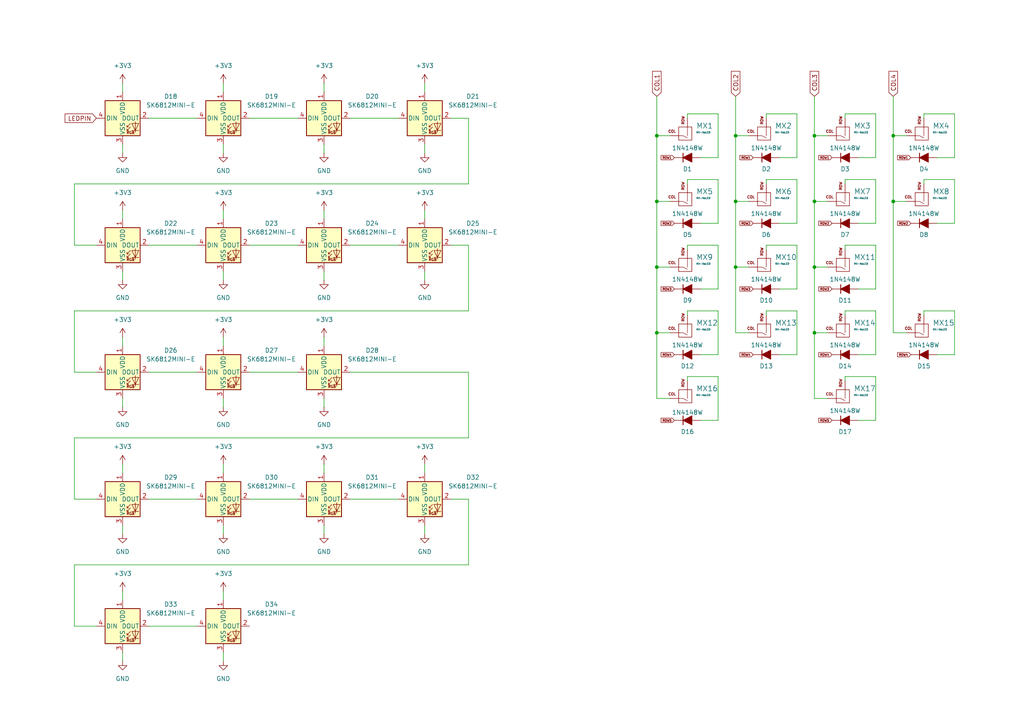
<source format=kicad_sch>
(kicad_sch (version 20231120) (generator "eeschema") (generator_version "8.0")
  (paper "A4")
  (lib_symbols
    (symbol "MX_Alps_Hybrid:MX-NoLED" (pin_names (offset 1.016))
      (property "Reference" "MX" (at -0.635 3.81 0))
      (property "Value" "MX-NoLED" (at -0.635 1.27 0))
      (symbol "MX-NoLED_0_0"
        (rectangle (start -2.54 2.54) (end 1.27 -1.27))
        (polyline (pts (xy -1.27 -1.27) (xy -1.27 1.27)) (stroke (width 0.127)))
        (polyline (pts (xy 1.27 1.27) (xy 0 1.27) (xy -1.27 1.905)) (stroke (width 0.127)))
        (text "COL" (at 3.175 0 0) (effects (font (size 0.762 0.762))))
        (text "ROW" (at 0 -1.905 900) (effects (font (size 0.762 0.762)) (justify right)))
      )
      (symbol "MX-NoLED_1_1"
        (pin passive line (at 3.81 1.27 180) (length 2.54) (name "COL") (number "1"))
        (pin passive line (at -1.27 -3.81 90) (length 2.54) (name "ROW") (number "2"))
      )
    )
    (symbol "PCM_Diode_AKL:1N4148W" (pin_numbers hide) (pin_names (offset 1.016) hide)
      (property "Reference" "D" (at 0 5.08 0))
      (property "Value" "1N4148W" (at 0 2.54 0))
      (symbol "1N4148W_0_1"
        (polyline (pts (xy -1.27 0) (xy 1.27 0)))
        (polyline (pts (xy 1.27 1.27) (xy 1.27 -1.27)) (stroke (width 0.254)))
        (polyline (pts (xy -1.27 1.27) (xy -1.27 -1.27) (xy 1.27 0) (xy -1.27 1.27)) (stroke (width 0.254)) (fill (type outline)))
      )
      (symbol "1N4148W_1_1"
        (pin passive line (at 3.81 0 180) (length 2.54) (name "K") (number "1"))
        (pin passive line (at -3.81 0 0) (length 2.54) (name "A") (number "2"))
      )
    )
    (symbol "kicad-keyboard-parts:SK6812MINI-E" (pin_names (offset 0.254))
      (property "Reference" "D" (at 5.08 5.715 0))
      (property "Value" "SK6812MINI-E" (at 1.27 -5.715 0))
      (symbol "SK6812MINI-E_0_0"
        (text "RGB" (at 2.286 -4.191 0) (effects (font (size 0.762 0.762))))
      )
      (symbol "SK6812MINI-E_0_1"
        (polyline (pts (xy 1.27 -3.556) (xy 1.778 -3.556)))
        (polyline (pts (xy 1.27 -2.54) (xy 1.778 -2.54)))
        (polyline (pts (xy 4.699 -3.556) (xy 2.667 -3.556)))
        (polyline (pts (xy 2.286 -2.54) (xy 1.27 -3.556) (xy 1.27 -3.048)))
        (polyline (pts (xy 2.286 -1.524) (xy 1.27 -2.54) (xy 1.27 -2.032)))
        (polyline (pts (xy 3.683 -1.016) (xy 3.683 -3.556) (xy 3.683 -4.064)))
        (polyline (pts (xy 4.699 -1.524) (xy 2.667 -1.524) (xy 3.683 -3.556) (xy 4.699 -1.524)))
        (rectangle (start 5.08 5.08) (end -5.08 -5.08) (stroke (width 0.254)) (fill (type background)))
      )
      (symbol "SK6812MINI-E_1_1"
        (pin power_in line (at 0 7.62 270) (length 2.54) (name "VDD") (number "1"))
        (pin output line (at 7.62 0 180) (length 2.54) (name "DOUT") (number "2"))
        (pin power_in line (at 0 -7.62 90) (length 2.54) (name "VSS") (number "3"))
        (pin input line (at -7.62 0 0) (length 2.54) (name "DIN") (number "4"))
      )
    )
    (symbol "power:+3V3" (power) (pin_numbers hide) (pin_names (offset 0) hide)
      (property "Value" "+3V3" (at 0 3.556 0))
      (symbol "+3V3_0_1"
        (polyline (pts (xy -0.762 1.27) (xy 0 2.54)))
        (polyline (pts (xy 0 0) (xy 0 2.54)))
        (polyline (pts (xy 0 2.54) (xy 0.762 1.27)))
      )
      (symbol "+3V3_1_1"
        (pin power_in line (at 0 0 90) (length 0) (name "~") (number "1"))
      )
    )
    (symbol "power:GND" (power) (pin_numbers hide) (pin_names (offset 0) hide)
      (property "Value" "GND" (at 0 -3.81 0))
      (symbol "GND_0_1"
        (polyline (pts (xy 0 0) (xy 0 -1.27) (xy 1.27 -1.27) (xy 0 -2.54) (xy -1.27 -1.27) (xy 0 -1.27)))
      )
      (symbol "GND_1_1"
        (pin power_in line (at 0 0 270) (length 0) (name "~") (number "1"))
      )
    )
  )
  (junction (at 236.22 96.52))
  (junction (at 190.5 77.47))
  (junction (at 190.5 39.37))
  (junction (at 236.22 77.47))
  (junction (at 190.5 96.52))
  (junction (at 190.5 58.42))
  (junction (at 213.36 58.42))
  (junction (at 213.36 39.37))
  (junction (at 213.36 77.47))
  (junction (at 236.22 39.37))
  (junction (at 236.22 58.42))
  (junction (at 259.08 58.42))
  (junction (at 259.08 39.37))
  (wire (pts (xy 208.28 102.87) (xy 208.28 90.17)))
  (wire (pts (xy 190.5 58.42) (xy 190.5 77.47)))
  (wire (pts (xy 190.5 77.47) (xy 190.5 96.52)))
  (wire (pts (xy 236.22 77.47) (xy 240.03 77.47)))
  (wire (pts (xy 271.78 45.72) (xy 276.86 45.72)))
  (wire (pts (xy 236.22 115.57) (xy 240.03 115.57)))
  (wire (pts (xy 123.19 152.4) (xy 123.19 154.94)))
  (wire (pts (xy 190.5 77.47) (xy 194.31 77.47)))
  (wire (pts (xy 222.25 71.12) (xy 222.25 72.39)))
  (wire (pts (xy 259.08 27.94) (xy 259.08 39.37)))
  (wire (pts (xy 259.08 96.52) (xy 262.89 96.52)))
  (wire (pts (xy 208.28 45.72) (xy 208.28 33.02)))
  (wire (pts (xy 203.2 45.72) (xy 208.28 45.72)))
  (wire (pts (xy 245.11 71.12) (xy 245.11 72.39)))
  (wire (pts (xy 93.98 41.91) (xy 93.98 44.45)))
  (wire (pts (xy 254 121.92) (xy 254 109.22)))
  (wire (pts (xy 21.59 127) (xy 135.89 127)))
  (wire (pts (xy 93.98 97.79) (xy 93.98 100.33)))
  (wire (pts (xy 135.89 107.95) (xy 135.89 127)))
  (wire (pts (xy 123.19 134.62) (xy 123.19 137.16)))
  (wire (pts (xy 21.59 127) (xy 21.59 144.78)))
  (wire (pts (xy 222.25 90.17) (xy 222.25 91.44)))
  (wire (pts (xy 199.39 33.02) (xy 199.39 34.29)))
  (wire (pts (xy 35.56 189.23) (xy 35.56 191.77)))
  (wire (pts (xy 236.22 39.37) (xy 240.03 39.37)))
  (wire (pts (xy 135.89 71.12) (xy 135.89 90.17)))
  (wire (pts (xy 43.18 71.12) (xy 57.15 71.12)))
  (wire (pts (xy 259.08 39.37) (xy 259.08 58.42)))
  (wire (pts (xy 203.2 121.92) (xy 208.28 121.92)))
  (wire (pts (xy 248.92 83.82) (xy 254 83.82)))
  (wire (pts (xy 43.18 144.78) (xy 57.15 144.78)))
  (wire (pts (xy 254 109.22) (xy 245.11 109.22)))
  (wire (pts (xy 208.28 71.12) (xy 199.39 71.12)))
  (wire (pts (xy 35.56 115.57) (xy 35.56 118.11)))
  (wire (pts (xy 93.98 24.13) (xy 93.98 26.67)))
  (wire (pts (xy 123.19 41.91) (xy 123.19 44.45)))
  (wire (pts (xy 35.56 171.45) (xy 35.56 173.99)))
  (wire (pts (xy 236.22 58.42) (xy 236.22 77.47)))
  (wire (pts (xy 123.19 60.96) (xy 123.19 63.5)))
  (wire (pts (xy 276.86 64.77) (xy 276.86 52.07)))
  (wire (pts (xy 93.98 134.62) (xy 93.98 137.16)))
  (wire (pts (xy 222.25 33.02) (xy 222.25 34.29)))
  (wire (pts (xy 213.36 27.94) (xy 213.36 39.37)))
  (wire (pts (xy 64.77 134.62) (xy 64.77 137.16)))
  (wire (pts (xy 21.59 144.78) (xy 27.94 144.78)))
  (wire (pts (xy 101.6 34.29) (xy 115.57 34.29)))
  (wire (pts (xy 208.28 83.82) (xy 208.28 71.12)))
  (wire (pts (xy 248.92 64.77) (xy 254 64.77)))
  (wire (pts (xy 276.86 90.17) (xy 267.97 90.17)))
  (wire (pts (xy 254 83.82) (xy 254 71.12)))
  (wire (pts (xy 254 90.17) (xy 245.11 90.17)))
  (wire (pts (xy 72.39 34.29) (xy 86.36 34.29)))
  (wire (pts (xy 35.56 134.62) (xy 35.56 137.16)))
  (wire (pts (xy 248.92 121.92) (xy 254 121.92)))
  (wire (pts (xy 130.81 34.29) (xy 135.89 34.29)))
  (wire (pts (xy 123.19 78.74) (xy 123.19 81.28)))
  (wire (pts (xy 199.39 109.22) (xy 199.39 110.49)))
  (wire (pts (xy 276.86 102.87) (xy 276.86 90.17)))
  (wire (pts (xy 236.22 58.42) (xy 240.03 58.42)))
  (wire (pts (xy 231.14 83.82) (xy 231.14 71.12)))
  (wire (pts (xy 64.77 189.23) (xy 64.77 191.77)))
  (wire (pts (xy 245.11 52.07) (xy 245.11 53.34)))
  (wire (pts (xy 21.59 181.61) (xy 27.94 181.61)))
  (wire (pts (xy 190.5 27.94) (xy 190.5 39.37)))
  (wire (pts (xy 130.81 144.78) (xy 135.89 144.78)))
  (wire (pts (xy 203.2 83.82) (xy 208.28 83.82)))
  (wire (pts (xy 259.08 39.37) (xy 262.89 39.37)))
  (wire (pts (xy 254 52.07) (xy 245.11 52.07)))
  (wire (pts (xy 93.98 115.57) (xy 93.98 118.11)))
  (wire (pts (xy 64.77 171.45) (xy 64.77 173.99)))
  (wire (pts (xy 93.98 60.96) (xy 93.98 63.5)))
  (wire (pts (xy 43.18 107.95) (xy 57.15 107.95)))
  (wire (pts (xy 245.11 33.02) (xy 245.11 34.29)))
  (wire (pts (xy 93.98 152.4) (xy 93.98 154.94)))
  (wire (pts (xy 64.77 115.57) (xy 64.77 118.11)))
  (wire (pts (xy 101.6 144.78) (xy 115.57 144.78)))
  (wire (pts (xy 213.36 77.47) (xy 217.17 77.47)))
  (wire (pts (xy 35.56 152.4) (xy 35.56 154.94)))
  (wire (pts (xy 135.89 53.34) (xy 21.59 53.34)))
  (wire (pts (xy 231.14 102.87) (xy 231.14 90.17)))
  (wire (pts (xy 208.28 121.92) (xy 208.28 109.22)))
  (wire (pts (xy 35.56 78.74) (xy 35.56 81.28)))
  (wire (pts (xy 190.5 96.52) (xy 190.5 115.57)))
  (wire (pts (xy 231.14 90.17) (xy 222.25 90.17)))
  (wire (pts (xy 21.59 71.12) (xy 27.94 71.12)))
  (wire (pts (xy 199.39 52.07) (xy 199.39 53.34)))
  (wire (pts (xy 72.39 144.78) (xy 86.36 144.78)))
  (wire (pts (xy 190.5 115.57) (xy 194.31 115.57)))
  (wire (pts (xy 259.08 58.42) (xy 262.89 58.42)))
  (wire (pts (xy 248.92 45.72) (xy 254 45.72)))
  (wire (pts (xy 190.5 96.52) (xy 194.31 96.52)))
  (wire (pts (xy 213.36 96.52) (xy 217.17 96.52)))
  (wire (pts (xy 123.19 24.13) (xy 123.19 26.67)))
  (wire (pts (xy 231.14 45.72) (xy 231.14 33.02)))
  (wire (pts (xy 135.89 144.78) (xy 135.89 163.83)))
  (wire (pts (xy 208.28 64.77) (xy 208.28 52.07)))
  (wire (pts (xy 64.77 152.4) (xy 64.77 154.94)))
  (wire (pts (xy 35.56 97.79) (xy 35.56 100.33)))
  (wire (pts (xy 101.6 107.95) (xy 135.89 107.95)))
  (wire (pts (xy 64.77 97.79) (xy 64.77 100.33)))
  (wire (pts (xy 267.97 52.07) (xy 267.97 53.34)))
  (wire (pts (xy 21.59 53.34) (xy 21.59 71.12)))
  (wire (pts (xy 21.59 90.17) (xy 21.59 107.95)))
  (wire (pts (xy 213.36 39.37) (xy 217.17 39.37)))
  (wire (pts (xy 213.36 77.47) (xy 213.36 96.52)))
  (wire (pts (xy 254 45.72) (xy 254 33.02)))
  (wire (pts (xy 208.28 52.07) (xy 199.39 52.07)))
  (wire (pts (xy 254 71.12) (xy 245.11 71.12)))
  (wire (pts (xy 35.56 24.13) (xy 35.56 26.67)))
  (wire (pts (xy 254 33.02) (xy 245.11 33.02)))
  (wire (pts (xy 190.5 39.37) (xy 194.31 39.37)))
  (wire (pts (xy 64.77 78.74) (xy 64.77 81.28)))
  (wire (pts (xy 276.86 52.07) (xy 267.97 52.07)))
  (wire (pts (xy 35.56 41.91) (xy 35.56 44.45)))
  (wire (pts (xy 213.36 58.42) (xy 213.36 77.47)))
  (wire (pts (xy 231.14 71.12) (xy 222.25 71.12)))
  (wire (pts (xy 226.06 83.82) (xy 231.14 83.82)))
  (wire (pts (xy 135.89 34.29) (xy 135.89 53.34)))
  (wire (pts (xy 271.78 64.77) (xy 276.86 64.77)))
  (wire (pts (xy 208.28 90.17) (xy 199.39 90.17)))
  (wire (pts (xy 203.2 64.77) (xy 208.28 64.77)))
  (wire (pts (xy 64.77 24.13) (xy 64.77 26.67)))
  (wire (pts (xy 248.92 102.87) (xy 254 102.87)))
  (wire (pts (xy 222.25 52.07) (xy 222.25 53.34)))
  (wire (pts (xy 199.39 90.17) (xy 199.39 91.44)))
  (wire (pts (xy 43.18 181.61) (xy 57.15 181.61)))
  (wire (pts (xy 101.6 71.12) (xy 115.57 71.12)))
  (wire (pts (xy 203.2 102.87) (xy 208.28 102.87)))
  (wire (pts (xy 276.86 33.02) (xy 267.97 33.02)))
  (wire (pts (xy 271.78 102.87) (xy 276.86 102.87)))
  (wire (pts (xy 267.97 90.17) (xy 267.97 91.44)))
  (wire (pts (xy 208.28 33.02) (xy 199.39 33.02)))
  (wire (pts (xy 21.59 163.83) (xy 21.59 181.61)))
  (wire (pts (xy 226.06 64.77) (xy 231.14 64.77)))
  (wire (pts (xy 231.14 52.07) (xy 222.25 52.07)))
  (wire (pts (xy 64.77 60.96) (xy 64.77 63.5)))
  (wire (pts (xy 213.36 58.42) (xy 217.17 58.42)))
  (wire (pts (xy 72.39 71.12) (xy 86.36 71.12)))
  (wire (pts (xy 236.22 27.94) (xy 236.22 39.37)))
  (wire (pts (xy 245.11 109.22) (xy 245.11 110.49)))
  (wire (pts (xy 190.5 39.37) (xy 190.5 58.42)))
  (wire (pts (xy 43.18 34.29) (xy 57.15 34.29)))
  (wire (pts (xy 254 64.77) (xy 254 52.07)))
  (wire (pts (xy 213.36 39.37) (xy 213.36 58.42)))
  (wire (pts (xy 276.86 45.72) (xy 276.86 33.02)))
  (wire (pts (xy 259.08 58.42) (xy 259.08 96.52)))
  (wire (pts (xy 231.14 64.77) (xy 231.14 52.07)))
  (wire (pts (xy 236.22 96.52) (xy 240.03 96.52)))
  (wire (pts (xy 64.77 41.91) (xy 64.77 44.45)))
  (wire (pts (xy 199.39 71.12) (xy 199.39 72.39)))
  (wire (pts (xy 93.98 78.74) (xy 93.98 81.28)))
  (wire (pts (xy 135.89 163.83) (xy 21.59 163.83)))
  (wire (pts (xy 254 102.87) (xy 254 90.17)))
  (wire (pts (xy 226.06 102.87) (xy 231.14 102.87)))
  (wire (pts (xy 236.22 96.52) (xy 236.22 115.57)))
  (wire (pts (xy 135.89 90.17) (xy 21.59 90.17)))
  (wire (pts (xy 72.39 107.95) (xy 86.36 107.95)))
  (wire (pts (xy 190.5 58.42) (xy 194.31 58.42)))
  (wire (pts (xy 21.59 107.95) (xy 27.94 107.95)))
  (wire (pts (xy 35.56 60.96) (xy 35.56 63.5)))
  (wire (pts (xy 236.22 77.47) (xy 236.22 96.52)))
  (wire (pts (xy 245.11 90.17) (xy 245.11 91.44)))
  (wire (pts (xy 231.14 33.02) (xy 222.25 33.02)))
  (wire (pts (xy 130.81 71.12) (xy 135.89 71.12)))
  (wire (pts (xy 267.97 33.02) (xy 267.97 34.29)))
  (wire (pts (xy 208.28 109.22) (xy 199.39 109.22)))
  (wire (pts (xy 236.22 39.37) (xy 236.22 58.42)))
  (wire (pts (xy 226.06 45.72) (xy 231.14 45.72)))
  (global_label "LEDPIN" (shape input) (at 27.94 34.29 180) (property "Intersheetrefs" "${INTERSHEET_REFS}" (effects (hide yes))))
  (global_label "ROW4" (shape input) (at 195.58 102.87 180) (effects (font (size 0.635 0.635))) (property "Intersheetrefs" "${INTERSHEET_REFS}" (effects (hide yes))))
  (global_label "ROW4" (shape input) (at 241.3 102.87 180) (effects (font (size 0.635 0.635))) (property "Intersheetrefs" "${INTERSHEET_REFS}" (effects (hide yes))))
  (global_label "ROW1" (shape input) (at 241.3 45.72 180) (effects (font (size 0.635 0.635))) (property "Intersheetrefs" "${INTERSHEET_REFS}" (effects (hide yes))))
  (global_label "ROW1" (shape input) (at 195.58 45.72 180) (effects (font (size 0.635 0.635))) (property "Intersheetrefs" "${INTERSHEET_REFS}" (effects (hide yes))))
  (global_label "ROW1" (shape input) (at 264.16 45.72 180) (effects (font (size 0.635 0.635))) (property "Intersheetrefs" "${INTERSHEET_REFS}" (effects (hide yes))))
  (global_label "COL4" (shape input) (at 259.08 27.94 90) (property "Intersheetrefs" "${INTERSHEET_REFS}" (effects (hide yes))))
  (global_label "ROW2" (shape input) (at 264.16 64.77 180) (effects (font (size 0.635 0.635))) (property "Intersheetrefs" "${INTERSHEET_REFS}" (effects (hide yes))))
  (global_label "ROW1" (shape input) (at 218.44 45.72 180) (effects (font (size 0.635 0.635))) (property "Intersheetrefs" "${INTERSHEET_REFS}" (effects (hide yes))))
  (global_label "ROW4" (shape input) (at 218.44 102.87 180) (effects (font (size 0.635 0.635))) (property "Intersheetrefs" "${INTERSHEET_REFS}" (effects (hide yes))))
  (global_label "ROW3" (shape input) (at 218.44 83.82 180) (effects (font (size 0.635 0.635))) (property "Intersheetrefs" "${INTERSHEET_REFS}" (effects (hide yes))))
  (global_label "COL1" (shape input) (at 190.5 27.94 90) (property "Intersheetrefs" "${INTERSHEET_REFS}" (effects (hide yes))))
  (global_label "COL3" (shape input) (at 236.22 27.94 90) (property "Intersheetrefs" "${INTERSHEET_REFS}" (effects (hide yes))))
  (global_label "ROW3" (shape input) (at 195.58 83.82 180) (effects (font (size 0.635 0.635))) (property "Intersheetrefs" "${INTERSHEET_REFS}" (effects (hide yes))))
  (global_label "ROW5" (shape input) (at 241.3 121.92 180) (effects (font (size 0.635 0.635))) (property "Intersheetrefs" "${INTERSHEET_REFS}" (effects (hide yes))))
  (global_label "ROW2" (shape input) (at 195.58 64.77 180) (effects (font (size 0.635 0.635))) (property "Intersheetrefs" "${INTERSHEET_REFS}" (effects (hide yes))))
  (global_label "ROW4" (shape input) (at 264.16 102.87 180) (effects (font (size 0.635 0.635))) (property "Intersheetrefs" "${INTERSHEET_REFS}" (effects (hide yes))))
  (global_label "COL2" (shape input) (at 213.36 27.94 90) (property "Intersheetrefs" "${INTERSHEET_REFS}" (effects (hide yes))))
  (global_label "ROW5" (shape input) (at 195.58 121.92 180) (effects (font (size 0.635 0.635))) (property "Intersheetrefs" "${INTERSHEET_REFS}" (effects (hide yes))))
  (global_label "ROW2" (shape input) (at 218.44 64.77 180) (effects (font (size 0.635 0.635))) (property "Intersheetrefs" "${INTERSHEET_REFS}" (effects (hide yes))))
  (global_label "ROW2" (shape input) (at 241.3 64.77 180) (effects (font (size 0.635 0.635))) (property "Intersheetrefs" "${INTERSHEET_REFS}" (effects (hide yes))))
  (global_label "ROW3" (shape input) (at 241.3 83.82 180) (effects (font (size 0.635 0.635))) (property "Intersheetrefs" "${INTERSHEET_REFS}" (effects (hide yes))))
  (symbol (lib_id "kicad-keyboard-parts:SK6812MINI-E") (at 93.98 144.78 0) (unit 1)
    (property "Reference" "D31" (at 107.95 138.4614 0))
    (property "Value" "SK6812MINI-E" (at 107.95 141.0014 0))
    (property "Footprint" "kicad-keyboard-parts:MX_SK6812MINI-E" (effects (hide yes)))
    (property "Datasheet" "https://cdn-shop.adafruit.com/product-files/2686/SK6812MINI_REV.01-1-2.pdf" (effects (hide yes)))
    (property "Description" "Reverse-mount RGB LED with integrated controller" (effects (hide yes)))
  )
  (symbol (lib_id "power:+3V3") (at 35.56 97.79 0) (unit 1)
    (property "Reference" "#PWR034" (effects (hide yes)))
    (property "Value" "+3V3" (at 35.56 92.71 0))
    (property "Description" "Power symbol creates a global label with name \"+3V3\"" (effects (hide yes)))
  )
  (symbol (lib_id "MX_Alps_Hybrid:MX-NoLED") (at 220.98 38.1 180) (unit 1)
    (property "Reference" "MX2" (at 224.79 36.5 0) (effects (font (size 1.524 1.524)) (justify right)))
    (property "Value" "MX-NoLED" (at 224.79 38.4051 0) (effects (font (size 0.508 0.508)) (justify right)))
    (property "Footprint" "MX_Alps_Hybrid:MX-1U-NoLED" (effects (hide yes)))
  )
  (symbol (lib_id "power:+3V3") (at 64.77 171.45 0) (unit 1)
    (property "Reference" "#PWR058" (effects (hide yes)))
    (property "Value" "+3V3" (at 64.77 166.37 0))
    (property "Description" "Power symbol creates a global label with name \"+3V3\"" (effects (hide yes)))
  )
  (symbol (lib_id "kicad-keyboard-parts:SK6812MINI-E") (at 64.77 71.12 0) (unit 1)
    (property "Reference" "D23" (at 78.74 64.8014 0))
    (property "Value" "SK6812MINI-E" (at 78.74 67.3414 0))
    (property "Footprint" "kicad-keyboard-parts:MX_SK6812MINI-E" (effects (hide yes)))
    (property "Datasheet" "https://cdn-shop.adafruit.com/product-files/2686/SK6812MINI_REV.01-1-2.pdf" (effects (hide yes)))
    (property "Description" "Reverse-mount RGB LED with integrated controller" (effects (hide yes)))
  )
  (symbol (lib_id "MX_Alps_Hybrid:MX-NoLED") (at 198.12 95.25 180) (unit 1)
    (property "Reference" "MX12" (at 201.93 93.65 0) (effects (font (size 1.524 1.524)) (justify right)))
    (property "Value" "MX-NoLED" (at 201.93 95.5551 0) (effects (font (size 0.508 0.508)) (justify right)))
    (property "Footprint" "MX_Alps_Hybrid:MX-1U-NoLED" (effects (hide yes)))
  )
  (symbol (lib_id "MX_Alps_Hybrid:MX-NoLED") (at 243.84 95.25 180) (unit 1)
    (property "Reference" "MX14" (at 247.65 93.65 0) (effects (font (size 1.524 1.524)) (justify right)))
    (property "Value" "MX-NoLED" (at 247.65 95.5551 0) (effects (font (size 0.508 0.508)) (justify right)))
    (property "Footprint" "MX_Alps_Hybrid:MX-1U-NoLED" (effects (hide yes)))
  )
  (symbol (lib_id "PCM_Diode_AKL:1N4148W") (at 245.11 45.72 180) (unit 1)
    (property "Reference" "D3" (at 245.11 49.022 0))
    (property "Value" "1N4148W" (at 245.11 42.926 0))
    (property "Footprint" "D_SOD-123_A:D_SOD-123_A" (effects (hide yes)))
    (property "Datasheet" "https://datasheet.octopart.com/1N4148W-HE3-18-Vishay-datasheet-17291302.pdf" (effects (hide yes)))
    (property "Description" "SOD-123 Diode, Small Signal, Fast Switching, 75V, 150mA, 4ns, Alternate KiCad Library" (effects (hide yes)))
  )
  (symbol (lib_id "power:GND") (at 35.56 154.94 0) (unit 1)
    (property "Reference" "#PWR049" (effects (hide yes)))
    (property "Value" "GND" (at 35.56 160.02 0))
    (property "Description" "Power symbol creates a global label with name \"GND\" , ground" (effects (hide yes)))
  )
  (symbol (lib_id "kicad-keyboard-parts:SK6812MINI-E") (at 123.19 144.78 0) (unit 1)
    (property "Reference" "D32" (at 137.16 138.4614 0))
    (property "Value" "SK6812MINI-E" (at 137.16 141.0014 0))
    (property "Footprint" "kicad-keyboard-parts:MX_SK6812MINI-E" (effects (hide yes)))
    (property "Datasheet" "https://cdn-shop.adafruit.com/product-files/2686/SK6812MINI_REV.01-1-2.pdf" (effects (hide yes)))
    (property "Description" "Reverse-mount RGB LED with integrated controller" (effects (hide yes)))
  )
  (symbol (lib_id "MX_Alps_Hybrid:MX-NoLED") (at 243.84 38.1 180) (unit 1)
    (property "Reference" "MX3" (at 247.65 36.5 0) (effects (font (size 1.524 1.524)) (justify right)))
    (property "Value" "MX-NoLED" (at 247.65 38.4051 0) (effects (font (size 0.508 0.508)) (justify right)))
    (property "Footprint" "MX_Alps_Hybrid:MX-1U-NoLED" (effects (hide yes)))
  )
  (symbol (lib_id "kicad-keyboard-parts:SK6812MINI-E") (at 93.98 34.29 0) (unit 1)
    (property "Reference" "D20" (at 107.95 27.9714 0))
    (property "Value" "SK6812MINI-E" (at 107.95 30.5114 0))
    (property "Footprint" "kicad-keyboard-parts:MX_SK6812MINI-E" (effects (hide yes)))
    (property "Datasheet" "https://cdn-shop.adafruit.com/product-files/2686/SK6812MINI_REV.01-1-2.pdf" (effects (hide yes)))
    (property "Description" "Reverse-mount RGB LED with integrated controller" (effects (hide yes)))
  )
  (symbol (lib_id "MX_Alps_Hybrid:MX-NoLED") (at 198.12 76.2 180) (unit 1)
    (property "Reference" "MX9" (at 201.93 74.6 0) (effects (font (size 1.524 1.524)) (justify right)))
    (property "Value" "MX-NoLED" (at 201.93 76.5051 0) (effects (font (size 0.508 0.508)) (justify right)))
    (property "Footprint" "MX_Alps_Hybrid:MX-1U-NoLED" (effects (hide yes)))
  )
  (symbol (lib_id "power:+3V3") (at 123.19 134.62 0) (unit 1)
    (property "Reference" "#PWR054" (effects (hide yes)))
    (property "Value" "+3V3" (at 123.19 129.54 0))
    (property "Description" "Power symbol creates a global label with name \"+3V3\"" (effects (hide yes)))
  )
  (symbol (lib_id "kicad-keyboard-parts:SK6812MINI-E") (at 35.56 34.29 0) (unit 1)
    (property "Reference" "D18" (at 49.53 27.9714 0))
    (property "Value" "SK6812MINI-E" (at 49.53 30.5114 0))
    (property "Footprint" "kicad-keyboard-parts:MX_SK6812MINI-E" (effects (hide yes)))
    (property "Datasheet" "https://cdn-shop.adafruit.com/product-files/2686/SK6812MINI_REV.01-1-2.pdf" (effects (hide yes)))
    (property "Description" "Reverse-mount RGB LED with integrated controller" (effects (hide yes)))
  )
  (symbol (lib_id "power:+3V3") (at 123.19 60.96 0) (unit 1)
    (property "Reference" "#PWR032" (effects (hide yes)))
    (property "Value" "+3V3" (at 123.19 55.88 0))
    (property "Description" "Power symbol creates a global label with name \"+3V3\"" (effects (hide yes)))
  )
  (symbol (lib_id "kicad-keyboard-parts:SK6812MINI-E") (at 64.77 34.29 0) (unit 1)
    (property "Reference" "D19" (at 78.74 27.9714 0))
    (property "Value" "SK6812MINI-E" (at 78.74 30.5114 0))
    (property "Footprint" "kicad-keyboard-parts:MX_SK6812MINI-E" (effects (hide yes)))
    (property "Datasheet" "https://cdn-shop.adafruit.com/product-files/2686/SK6812MINI_REV.01-1-2.pdf" (effects (hide yes)))
    (property "Description" "Reverse-mount RGB LED with integrated controller" (effects (hide yes)))
  )
  (symbol (lib_id "PCM_Diode_AKL:1N4148W") (at 245.11 102.87 180) (unit 1)
    (property "Reference" "D14" (at 245.11 106.172 0))
    (property "Value" "1N4148W" (at 245.11 100.076 0))
    (property "Footprint" "D_SOD-123_A:D_SOD-123_A" (effects (hide yes)))
    (property "Datasheet" "https://datasheet.octopart.com/1N4148W-HE3-18-Vishay-datasheet-17291302.pdf" (effects (hide yes)))
    (property "Description" "SOD-123 Diode, Small Signal, Fast Switching, 75V, 150mA, 4ns, Alternate KiCad Library" (effects (hide yes)))
  )
  (symbol (lib_id "power:GND") (at 64.77 81.28 0) (unit 1)
    (property "Reference" "#PWR029" (effects (hide yes)))
    (property "Value" "GND" (at 64.77 86.36 0))
    (property "Description" "Power symbol creates a global label with name \"GND\" , ground" (effects (hide yes)))
  )
  (symbol (lib_id "power:GND") (at 35.56 81.28 0) (unit 1)
    (property "Reference" "#PWR027" (effects (hide yes)))
    (property "Value" "GND" (at 35.56 86.36 0))
    (property "Description" "Power symbol creates a global label with name \"GND\" , ground" (effects (hide yes)))
  )
  (symbol (lib_id "PCM_Diode_AKL:1N4148W") (at 267.97 45.72 180) (unit 1)
    (property "Reference" "D4" (at 267.97 49.022 0))
    (property "Value" "1N4148W" (at 267.97 42.926 0))
    (property "Footprint" "D_SOD-123_A:D_SOD-123_A" (effects (hide yes)))
    (property "Datasheet" "https://datasheet.octopart.com/1N4148W-HE3-18-Vishay-datasheet-17291302.pdf" (effects (hide yes)))
    (property "Description" "SOD-123 Diode, Small Signal, Fast Switching, 75V, 150mA, 4ns, Alternate KiCad Library" (effects (hide yes)))
  )
  (symbol (lib_id "power:+3V3") (at 123.19 24.13 0) (unit 1)
    (property "Reference" "#PWR024" (effects (hide yes)))
    (property "Value" "+3V3" (at 123.19 19.05 0))
    (property "Description" "Power symbol creates a global label with name \"+3V3\"" (effects (hide yes)))
  )
  (symbol (lib_id "PCM_Diode_AKL:1N4148W") (at 222.25 102.87 180) (unit 1)
    (property "Reference" "D13" (at 222.25 106.172 0))
    (property "Value" "1N4148W" (at 222.25 100.076 0))
    (property "Footprint" "D_SOD-123_A:D_SOD-123_A" (effects (hide yes)))
    (property "Datasheet" "https://datasheet.octopart.com/1N4148W-HE3-18-Vishay-datasheet-17291302.pdf" (effects (hide yes)))
    (property "Description" "SOD-123 Diode, Small Signal, Fast Switching, 75V, 150mA, 4ns, Alternate KiCad Library" (effects (hide yes)))
  )
  (symbol (lib_id "power:GND") (at 35.56 118.11 0) (unit 1)
    (property "Reference" "#PWR035" (effects (hide yes)))
    (property "Value" "GND" (at 35.56 123.19 0))
    (property "Description" "Power symbol creates a global label with name \"GND\" , ground" (effects (hide yes)))
  )
  (symbol (lib_id "kicad-keyboard-parts:SK6812MINI-E") (at 35.56 107.95 0) (unit 1)
    (property "Reference" "D26" (at 49.53 101.6314 0))
    (property "Value" "SK6812MINI-E" (at 49.53 104.1714 0))
    (property "Footprint" "kicad-keyboard-parts:MX_SK6812MINI-E" (effects (hide yes)))
    (property "Datasheet" "https://cdn-shop.adafruit.com/product-files/2686/SK6812MINI_REV.01-1-2.pdf" (effects (hide yes)))
    (property "Description" "Reverse-mount RGB LED with integrated controller" (effects (hide yes)))
  )
  (symbol (lib_id "MX_Alps_Hybrid:MX-NoLED") (at 198.12 38.1 180) (unit 1)
    (property "Reference" "MX1" (at 201.93 36.5 0) (effects (font (size 1.524 1.524)) (justify right)))
    (property "Value" "MX-NoLED" (at 201.93 38.4051 0) (effects (font (size 0.508 0.508)) (justify right)))
    (property "Footprint" "MX_Alps_Hybrid:MX-1U-NoLED" (effects (hide yes)))
  )
  (symbol (lib_id "power:GND") (at 64.77 191.77 0) (unit 1)
    (property "Reference" "#PWR059" (effects (hide yes)))
    (property "Value" "GND" (at 64.77 196.85 0))
    (property "Description" "Power symbol creates a global label with name \"GND\" , ground" (effects (hide yes)))
  )
  (symbol (lib_id "power:GND") (at 64.77 44.45 0) (unit 1)
    (property "Reference" "#PWR021" (effects (hide yes)))
    (property "Value" "GND" (at 64.77 49.53 0))
    (property "Description" "Power symbol creates a global label with name \"GND\" , ground" (effects (hide yes)))
  )
  (symbol (lib_id "PCM_Diode_AKL:1N4148W") (at 199.39 83.82 180) (unit 1)
    (property "Reference" "D9" (at 199.39 87.122 0))
    (property "Value" "1N4148W" (at 199.39 81.026 0))
    (property "Footprint" "D_SOD-123_A:D_SOD-123_A" (effects (hide yes)))
    (property "Datasheet" "https://datasheet.octopart.com/1N4148W-HE3-18-Vishay-datasheet-17291302.pdf" (effects (hide yes)))
    (property "Description" "SOD-123 Diode, Small Signal, Fast Switching, 75V, 150mA, 4ns, Alternate KiCad Library" (effects (hide yes)))
  )
  (symbol (lib_id "power:+3V3") (at 93.98 97.79 0) (unit 1)
    (property "Reference" "#PWR038" (effects (hide yes)))
    (property "Value" "+3V3" (at 93.98 92.71 0))
    (property "Description" "Power symbol creates a global label with name \"+3V3\"" (effects (hide yes)))
  )
  (symbol (lib_id "MX_Alps_Hybrid:MX-NoLED") (at 266.7 95.25 180) (unit 1)
    (property "Reference" "MX15" (at 270.51 93.65 0) (effects (font (size 1.524 1.524)) (justify right)))
    (property "Value" "MX-NoLED" (at 270.51 95.5551 0) (effects (font (size 0.508 0.508)) (justify right)))
    (property "Footprint" "MX_Alps_Hybrid:MX-Alps-Hybrid-2U-Vertical" (effects (hide yes)))
  )
  (symbol (lib_id "power:+3V3") (at 35.56 171.45 0) (unit 1)
    (property "Reference" "#PWR056" (effects (hide yes)))
    (property "Value" "+3V3" (at 35.56 166.37 0))
    (property "Description" "Power symbol creates a global label with name \"+3V3\"" (effects (hide yes)))
  )
  (symbol (lib_id "power:GND") (at 64.77 154.94 0) (unit 1)
    (property "Reference" "#PWR051" (effects (hide yes)))
    (property "Value" "GND" (at 64.77 160.02 0))
    (property "Description" "Power symbol creates a global label with name \"GND\" , ground" (effects (hide yes)))
  )
  (symbol (lib_id "PCM_Diode_AKL:1N4148W") (at 199.39 64.77 180) (unit 1)
    (property "Reference" "D5" (at 199.39 68.072 0))
    (property "Value" "1N4148W" (at 199.39 61.976 0))
    (property "Footprint" "D_SOD-123_A:D_SOD-123_A" (effects (hide yes)))
    (property "Datasheet" "https://datasheet.octopart.com/1N4148W-HE3-18-Vishay-datasheet-17291302.pdf" (effects (hide yes)))
    (property "Description" "SOD-123 Diode, Small Signal, Fast Switching, 75V, 150mA, 4ns, Alternate KiCad Library" (effects (hide yes)))
  )
  (symbol (lib_id "kicad-keyboard-parts:SK6812MINI-E") (at 123.19 34.29 0) (unit 1)
    (property "Reference" "D21" (at 137.16 27.9714 0))
    (property "Value" "SK6812MINI-E" (at 137.16 30.5114 0))
    (property "Footprint" "kicad-keyboard-parts:MX_SK6812MINI-E" (effects (hide yes)))
    (property "Datasheet" "https://cdn-shop.adafruit.com/product-files/2686/SK6812MINI_REV.01-1-2.pdf" (effects (hide yes)))
    (property "Description" "Reverse-mount RGB LED with integrated controller" (effects (hide yes)))
  )
  (symbol (lib_id "power:+3V3") (at 93.98 24.13 0) (unit 1)
    (property "Reference" "#PWR022" (effects (hide yes)))
    (property "Value" "+3V3" (at 93.98 19.05 0))
    (property "Description" "Power symbol creates a global label with name \"+3V3\"" (effects (hide yes)))
  )
  (symbol (lib_id "kicad-keyboard-parts:SK6812MINI-E") (at 35.56 181.61 0) (unit 1)
    (property "Reference" "D33" (at 49.53 175.2914 0))
    (property "Value" "SK6812MINI-E" (at 49.53 177.8314 0))
    (property "Footprint" "kicad-keyboard-parts:MX_SK6812MINI-E" (effects (hide yes)))
    (property "Datasheet" "https://cdn-shop.adafruit.com/product-files/2686/SK6812MINI_REV.01-1-2.pdf" (effects (hide yes)))
    (property "Description" "Reverse-mount RGB LED with integrated controller" (effects (hide yes)))
  )
  (symbol (lib_id "power:+3V3") (at 64.77 134.62 0) (unit 1)
    (property "Reference" "#PWR050" (effects (hide yes)))
    (property "Value" "+3V3" (at 64.77 129.54 0))
    (property "Description" "Power symbol creates a global label with name \"+3V3\"" (effects (hide yes)))
  )
  (symbol (lib_id "power:+3V3") (at 93.98 134.62 0) (unit 1)
    (property "Reference" "#PWR052" (effects (hide yes)))
    (property "Value" "+3V3" (at 93.98 129.54 0))
    (property "Description" "Power symbol creates a global label with name \"+3V3\"" (effects (hide yes)))
  )
  (symbol (lib_id "power:GND") (at 93.98 81.28 0) (unit 1)
    (property "Reference" "#PWR031" (effects (hide yes)))
    (property "Value" "GND" (at 93.98 86.36 0))
    (property "Description" "Power symbol creates a global label with name \"GND\" , ground" (effects (hide yes)))
  )
  (symbol (lib_id "power:GND") (at 93.98 118.11 0) (unit 1)
    (property "Reference" "#PWR039" (effects (hide yes)))
    (property "Value" "GND" (at 93.98 123.19 0))
    (property "Description" "Power symbol creates a global label with name \"GND\" , ground" (effects (hide yes)))
  )
  (symbol (lib_id "PCM_Diode_AKL:1N4148W") (at 267.97 64.77 180) (unit 1)
    (property "Reference" "D8" (at 267.97 68.072 0))
    (property "Value" "1N4148W" (at 267.97 61.976 0))
    (property "Footprint" "D_SOD-123_A:D_SOD-123_A" (effects (hide yes)))
    (property "Datasheet" "https://datasheet.octopart.com/1N4148W-HE3-18-Vishay-datasheet-17291302.pdf" (effects (hide yes)))
    (property "Description" "SOD-123 Diode, Small Signal, Fast Switching, 75V, 150mA, 4ns, Alternate KiCad Library" (effects (hide yes)))
  )
  (symbol (lib_id "kicad-keyboard-parts:SK6812MINI-E") (at 35.56 144.78 0) (unit 1)
    (property "Reference" "D29" (at 49.53 138.4614 0))
    (property "Value" "SK6812MINI-E" (at 49.53 141.0014 0))
    (property "Footprint" "kicad-keyboard-parts:MX_SK6812MINI-E" (effects (hide yes)))
    (property "Datasheet" "https://cdn-shop.adafruit.com/product-files/2686/SK6812MINI_REV.01-1-2.pdf" (effects (hide yes)))
    (property "Description" "Reverse-mount RGB LED with integrated controller" (effects (hide yes)))
  )
  (symbol (lib_id "power:GND") (at 123.19 154.94 0) (unit 1)
    (property "Reference" "#PWR055" (effects (hide yes)))
    (property "Value" "GND" (at 123.19 160.02 0))
    (property "Description" "Power symbol creates a global label with name \"GND\" , ground" (effects (hide yes)))
  )
  (symbol (lib_id "kicad-keyboard-parts:SK6812MINI-E") (at 93.98 71.12 0) (unit 1)
    (property "Reference" "D24" (at 107.95 64.8014 0))
    (property "Value" "SK6812MINI-E" (at 107.95 67.3414 0))
    (property "Footprint" "kicad-keyboard-parts:MX_SK6812MINI-E" (effects (hide yes)))
    (property "Datasheet" "https://cdn-shop.adafruit.com/product-files/2686/SK6812MINI_REV.01-1-2.pdf" (effects (hide yes)))
    (property "Description" "Reverse-mount RGB LED with integrated controller" (effects (hide yes)))
  )
  (symbol (lib_id "power:GND") (at 64.77 118.11 0) (unit 1)
    (property "Reference" "#PWR037" (effects (hide yes)))
    (property "Value" "GND" (at 64.77 123.19 0))
    (property "Description" "Power symbol creates a global label with name \"GND\" , ground" (effects (hide yes)))
  )
  (symbol (lib_id "power:GND") (at 123.19 81.28 0) (unit 1)
    (property "Reference" "#PWR033" (effects (hide yes)))
    (property "Value" "GND" (at 123.19 86.36 0))
    (property "Description" "Power symbol creates a global label with name \"GND\" , ground" (effects (hide yes)))
  )
  (symbol (lib_id "MX_Alps_Hybrid:MX-NoLED") (at 243.84 57.15 180) (unit 1)
    (property "Reference" "MX7" (at 247.65 55.55 0) (effects (font (size 1.524 1.524)) (justify right)))
    (property "Value" "MX-NoLED" (at 247.65 57.4551 0) (effects (font (size 0.508 0.508)) (justify right)))
    (property "Footprint" "MX_Alps_Hybrid:MX-1U-NoLED" (effects (hide yes)))
  )
  (symbol (lib_id "power:+3V3") (at 64.77 24.13 0) (unit 1)
    (property "Reference" "#PWR020" (effects (hide yes)))
    (property "Value" "+3V3" (at 64.77 19.05 0))
    (property "Description" "Power symbol creates a global label with name \"+3V3\"" (effects (hide yes)))
  )
  (symbol (lib_id "power:GND") (at 93.98 154.94 0) (unit 1)
    (property "Reference" "#PWR053" (effects (hide yes)))
    (property "Value" "GND" (at 93.98 160.02 0))
    (property "Description" "Power symbol creates a global label with name \"GND\" , ground" (effects (hide yes)))
  )
  (symbol (lib_id "PCM_Diode_AKL:1N4148W") (at 222.25 64.77 180) (unit 1)
    (property "Reference" "D6" (at 222.25 68.072 0))
    (property "Value" "1N4148W" (at 222.25 61.976 0))
    (property "Footprint" "D_SOD-123_A:D_SOD-123_A" (effects (hide yes)))
    (property "Datasheet" "https://datasheet.octopart.com/1N4148W-HE3-18-Vishay-datasheet-17291302.pdf" (effects (hide yes)))
    (property "Description" "SOD-123 Diode, Small Signal, Fast Switching, 75V, 150mA, 4ns, Alternate KiCad Library" (effects (hide yes)))
  )
  (symbol (lib_id "kicad-keyboard-parts:SK6812MINI-E") (at 93.98 107.95 0) (unit 1)
    (property "Reference" "D28" (at 107.95 101.6314 0))
    (property "Value" "SK6812MINI-E" (at 107.95 104.1714 0))
    (property "Footprint" "kicad-keyboard-parts:MX_SK6812MINI-E" (effects (hide yes)))
    (property "Datasheet" "https://cdn-shop.adafruit.com/product-files/2686/SK6812MINI_REV.01-1-2.pdf" (effects (hide yes)))
    (property "Description" "Reverse-mount RGB LED with integrated controller" (effects (hide yes)))
  )
  (symbol (lib_id "PCM_Diode_AKL:1N4148W") (at 267.97 102.87 180) (unit 1)
    (property "Reference" "D15" (at 267.97 106.172 0))
    (property "Value" "1N4148W" (at 267.97 100.076 0))
    (property "Footprint" "D_SOD-123_A:D_SOD-123_A" (effects (hide yes)))
    (property "Datasheet" "https://datasheet.octopart.com/1N4148W-HE3-18-Vishay-datasheet-17291302.pdf" (effects (hide yes)))
    (property "Description" "SOD-123 Diode, Small Signal, Fast Switching, 75V, 150mA, 4ns, Alternate KiCad Library" (effects (hide yes)))
  )
  (symbol (lib_id "MX_Alps_Hybrid:MX-NoLED") (at 198.12 114.3 180) (unit 1)
    (property "Reference" "MX16" (at 201.93 112.7 0) (effects (font (size 1.524 1.524)) (justify right)))
    (property "Value" "MX-NoLED" (at 201.93 114.6051 0) (effects (font (size 0.508 0.508)) (justify right)))
    (property "Footprint" "MX_Alps_Hybrid:MX-2U-NoLED" (effects (hide yes)))
  )
  (symbol (lib_id "kicad-keyboard-parts:SK6812MINI-E") (at 35.56 71.12 0) (unit 1)
    (property "Reference" "D22" (at 49.53 64.8014 0))
    (property "Value" "SK6812MINI-E" (at 49.53 67.3414 0))
    (property "Footprint" "kicad-keyboard-parts:MX_SK6812MINI-E" (effects (hide yes)))
    (property "Datasheet" "https://cdn-shop.adafruit.com/product-files/2686/SK6812MINI_REV.01-1-2.pdf" (effects (hide yes)))
    (property "Description" "Reverse-mount RGB LED with integrated controller" (effects (hide yes)))
  )
  (symbol (lib_id "PCM_Diode_AKL:1N4148W") (at 245.11 121.92 180) (unit 1)
    (property "Reference" "D17" (at 245.11 125.222 0))
    (property "Value" "1N4148W" (at 245.11 119.126 0))
    (property "Footprint" "D_SOD-123_A:D_SOD-123_A" (effects (hide yes)))
    (property "Datasheet" "https://datasheet.octopart.com/1N4148W-HE3-18-Vishay-datasheet-17291302.pdf" (effects (hide yes)))
    (property "Description" "SOD-123 Diode, Small Signal, Fast Switching, 75V, 150mA, 4ns, Alternate KiCad Library" (effects (hide yes)))
  )
  (symbol (lib_id "power:+3V3") (at 64.77 97.79 0) (unit 1)
    (property "Reference" "#PWR036" (effects (hide yes)))
    (property "Value" "+3V3" (at 64.77 92.71 0))
    (property "Description" "Power symbol creates a global label with name \"+3V3\"" (effects (hide yes)))
  )
  (symbol (lib_id "kicad-keyboard-parts:SK6812MINI-E") (at 64.77 144.78 0) (unit 1)
    (property "Reference" "D30" (at 78.74 138.4614 0))
    (property "Value" "SK6812MINI-E" (at 78.74 141.0014 0))
    (property "Footprint" "kicad-keyboard-parts:MX_SK6812MINI-E" (effects (hide yes)))
    (property "Datasheet" "https://cdn-shop.adafruit.com/product-files/2686/SK6812MINI_REV.01-1-2.pdf" (effects (hide yes)))
    (property "Description" "Reverse-mount RGB LED with integrated controller" (effects (hide yes)))
  )
  (symbol (lib_id "power:+3V3") (at 35.56 60.96 0) (unit 1)
    (property "Reference" "#PWR026" (effects (hide yes)))
    (property "Value" "+3V3" (at 35.56 55.88 0))
    (property "Description" "Power symbol creates a global label with name \"+3V3\"" (effects (hide yes)))
  )
  (symbol (lib_id "PCM_Diode_AKL:1N4148W") (at 199.39 121.92 180) (unit 1)
    (property "Reference" "D16" (at 199.39 125.222 0))
    (property "Value" "1N4148W" (at 199.39 119.634 0))
    (property "Footprint" "D_SOD-123_A:D_SOD-123_A" (effects (hide yes)))
    (property "Datasheet" "https://datasheet.octopart.com/1N4148W-HE3-18-Vishay-datasheet-17291302.pdf" (effects (hide yes)))
    (property "Description" "SOD-123 Diode, Small Signal, Fast Switching, 75V, 150mA, 4ns, Alternate KiCad Library" (effects (hide yes)))
  )
  (symbol (lib_id "MX_Alps_Hybrid:MX-NoLED") (at 243.84 114.3 180) (unit 1)
    (property "Reference" "MX17" (at 247.65 112.7 0) (effects (font (size 1.524 1.524)) (justify right)))
    (property "Value" "MX-NoLED" (at 247.65 114.6051 0) (effects (font (size 0.508 0.508)) (justify right)))
    (property "Footprint" "MX_Alps_Hybrid:MX-1U-NoLED" (effects (hide yes)))
  )
  (symbol (lib_id "kicad-keyboard-parts:SK6812MINI-E") (at 64.77 181.61 0) (unit 1)
    (property "Reference" "D34" (at 78.74 175.2914 0))
    (property "Value" "SK6812MINI-E" (at 78.74 177.8314 0))
    (property "Footprint" "kicad-keyboard-parts:MX_SK6812MINI-E" (effects (hide yes)))
    (property "Datasheet" "https://cdn-shop.adafruit.com/product-files/2686/SK6812MINI_REV.01-1-2.pdf" (effects (hide yes)))
    (property "Description" "Reverse-mount RGB LED with integrated controller" (effects (hide yes)))
  )
  (symbol (lib_id "kicad-keyboard-parts:SK6812MINI-E") (at 64.77 107.95 0) (unit 1)
    (property "Reference" "D27" (at 78.74 101.6314 0))
    (property "Value" "SK6812MINI-E" (at 78.74 104.1714 0))
    (property "Footprint" "kicad-keyboard-parts:MX_SK6812MINI-E" (effects (hide yes)))
    (property "Datasheet" "https://cdn-shop.adafruit.com/product-files/2686/SK6812MINI_REV.01-1-2.pdf" (effects (hide yes)))
    (property "Description" "Reverse-mount RGB LED with integrated controller" (effects (hide yes)))
  )
  (symbol (lib_id "power:+3V3") (at 93.98 60.96 0) (unit 1)
    (property "Reference" "#PWR030" (effects (hide yes)))
    (property "Value" "+3V3" (at 93.98 55.88 0))
    (property "Description" "Power symbol creates a global label with name \"+3V3\"" (effects (hide yes)))
  )
  (symbol (lib_id "MX_Alps_Hybrid:MX-NoLED") (at 220.98 57.15 180) (unit 1)
    (property "Reference" "MX6" (at 224.79 55.55 0) (effects (font (size 1.524 1.524)) (justify right)))
    (property "Value" "MX-NoLED" (at 224.79 57.4551 0) (effects (font (size 0.508 0.508)) (justify right)))
    (property "Footprint" "MX_Alps_Hybrid:MX-1U-NoLED" (effects (hide yes)))
  )
  (symbol (lib_id "power:GND") (at 93.98 44.45 0) (unit 1)
    (property "Reference" "#PWR023" (effects (hide yes)))
    (property "Value" "GND" (at 93.98 49.53 0))
    (property "Description" "Power symbol creates a global label with name \"GND\" , ground" (effects (hide yes)))
  )
  (symbol (lib_id "PCM_Diode_AKL:1N4148W") (at 245.11 83.82 180) (unit 1)
    (property "Reference" "D11" (at 245.11 87.122 0))
    (property "Value" "1N4148W" (at 245.11 81.026 0))
    (property "Footprint" "D_SOD-123_A:D_SOD-123_A" (effects (hide yes)))
    (property "Datasheet" "https://datasheet.octopart.com/1N4148W-HE3-18-Vishay-datasheet-17291302.pdf" (effects (hide yes)))
    (property "Description" "SOD-123 Diode, Small Signal, Fast Switching, 75V, 150mA, 4ns, Alternate KiCad Library" (effects (hide yes)))
  )
  (symbol (lib_id "PCM_Diode_AKL:1N4148W") (at 199.39 102.87 180) (unit 1)
    (property "Reference" "D12" (at 199.39 106.172 0))
    (property "Value" "1N4148W" (at 199.39 100.076 0))
    (property "Footprint" "D_SOD-123_A:D_SOD-123_A" (effects (hide yes)))
    (property "Datasheet" "https://datasheet.octopart.com/1N4148W-HE3-18-Vishay-datasheet-17291302.pdf" (effects (hide yes)))
    (property "Description" "SOD-123 Diode, Small Signal, Fast Switching, 75V, 150mA, 4ns, Alternate KiCad Library" (effects (hide yes)))
  )
  (symbol (lib_id "MX_Alps_Hybrid:MX-NoLED") (at 243.84 76.2 180) (unit 1)
    (property "Reference" "MX11" (at 247.65 74.6 0) (effects (font (size 1.524 1.524)) (justify right)))
    (property "Value" "MX-NoLED" (at 247.65 76.5051 0) (effects (font (size 0.508 0.508)) (justify right)))
    (property "Footprint" "MX_Alps_Hybrid:MX-1U-NoLED" (effects (hide yes)))
  )
  (symbol (lib_id "PCM_Diode_AKL:1N4148W") (at 245.11 64.77 180) (unit 1)
    (property "Reference" "D7" (at 245.11 68.072 0))
    (property "Value" "1N4148W" (at 245.11 61.976 0))
    (property "Footprint" "D_SOD-123_A:D_SOD-123_A" (effects (hide yes)))
    (property "Datasheet" "https://datasheet.octopart.com/1N4148W-HE3-18-Vishay-datasheet-17291302.pdf" (effects (hide yes)))
    (property "Description" "SOD-123 Diode, Small Signal, Fast Switching, 75V, 150mA, 4ns, Alternate KiCad Library" (effects (hide yes)))
  )
  (symbol (lib_id "MX_Alps_Hybrid:MX-NoLED") (at 266.7 57.15 180) (unit 1)
    (property "Reference" "MX8" (at 270.51 55.55 0) (effects (font (size 1.524 1.524)) (justify right)))
    (property "Value" "MX-NoLED" (at 270.51 57.4551 0) (effects (font (size 0.508 0.508)) (justify right)))
    (property "Footprint" "MX_Alps_Hybrid:MX-Alps-Hybrid-2U-Vertical" (effects (hide yes)))
  )
  (symbol (lib_id "power:GND") (at 35.56 191.77 0) (unit 1)
    (property "Reference" "#PWR057" (effects (hide yes)))
    (property "Value" "GND" (at 35.56 196.85 0))
    (property "Description" "Power symbol creates a global label with name \"GND\" , ground" (effects (hide yes)))
  )
  (symbol (lib_id "kicad-keyboard-parts:SK6812MINI-E") (at 123.19 71.12 0) (unit 1)
    (property "Reference" "D25" (at 137.16 64.8014 0))
    (property "Value" "SK6812MINI-E" (at 137.16 67.3414 0))
    (property "Footprint" "kicad-keyboard-parts:MX_SK6812MINI-E" (effects (hide yes)))
    (property "Datasheet" "https://cdn-shop.adafruit.com/product-files/2686/SK6812MINI_REV.01-1-2.pdf" (effects (hide yes)))
    (property "Description" "Reverse-mount RGB LED with integrated controller" (effects (hide yes)))
  )
  (symbol (lib_id "MX_Alps_Hybrid:MX-NoLED") (at 220.98 76.2 180) (unit 1)
    (property "Reference" "MX10" (at 224.79 74.6 0) (effects (font (size 1.524 1.524)) (justify right)))
    (property "Value" "MX-NoLED" (at 224.79 76.5051 0) (effects (font (size 0.508 0.508)) (justify right)))
    (property "Footprint" "MX_Alps_Hybrid:MX-1U-NoLED" (effects (hide yes)))
  )
  (symbol (lib_id "PCM_Diode_AKL:1N4148W") (at 222.25 45.72 180) (unit 1)
    (property "Reference" "D2" (at 222.25 49.022 0))
    (property "Value" "1N4148W" (at 222.25 42.926 0))
    (property "Footprint" "D_SOD-123_A:D_SOD-123_A" (effects (hide yes)))
    (property "Datasheet" "https://datasheet.octopart.com/1N4148W-HE3-18-Vishay-datasheet-17291302.pdf" (effects (hide yes)))
    (property "Description" "SOD-123 Diode, Small Signal, Fast Switching, 75V, 150mA, 4ns, Alternate KiCad Library" (effects (hide yes)))
  )
  (symbol (lib_id "power:GND") (at 35.56 44.45 0) (unit 1)
    (property "Reference" "#PWR019" (effects (hide yes)))
    (property "Value" "GND" (at 35.56 49.53 0))
    (property "Description" "Power symbol creates a global label with name \"GND\" , ground" (effects (hide yes)))
  )
  (symbol (lib_id "MX_Alps_Hybrid:MX-NoLED") (at 266.7 38.1 180) (unit 1)
    (property "Reference" "MX4" (at 270.51 36.5 0) (effects (font (size 1.524 1.524)) (justify right)))
    (property "Value" "MX-NoLED" (at 270.51 38.4051 0) (effects (font (size 0.508 0.508)) (justify right)))
    (property "Footprint" "MX_Alps_Hybrid:MX-1U-NoLED" (effects (hide yes)))
  )
  (symbol (lib_id "MX_Alps_Hybrid:MX-NoLED") (at 198.12 57.15 180) (unit 1)
    (property "Reference" "MX5" (at 201.93 55.55 0) (effects (font (size 1.524 1.524)) (justify right)))
    (property "Value" "MX-NoLED" (at 201.93 57.4551 0) (effects (font (size 0.508 0.508)) (justify right)))
    (property "Footprint" "MX_Alps_Hybrid:MX-1U-NoLED" (effects (hide yes)))
  )
  (symbol (lib_id "power:+3V3") (at 35.56 134.62 0) (unit 1)
    (property "Reference" "#PWR048" (effects (hide yes)))
    (property "Value" "+3V3" (at 35.56 129.54 0))
    (property "Description" "Power symbol creates a global label with name \"+3V3\"" (effects (hide yes)))
  )
  (symbol (lib_id "power:+3V3") (at 35.56 24.13 0) (unit 1)
    (property "Reference" "#PWR018" (effects (hide yes)))
    (property "Value" "+3V3" (at 35.56 19.05 0))
    (property "Description" "Power symbol creates a global label with name \"+3V3\"" (effects (hide yes)))
  )
  (symbol (lib_id "MX_Alps_Hybrid:MX-NoLED") (at 220.98 95.25 180) (unit 1)
    (property "Reference" "MX13" (at 224.79 93.65 0) (effects (font (size 1.524 1.524)) (justify right)))
    (property "Value" "MX-NoLED" (at 224.79 95.5551 0) (effects (font (size 0.508 0.508)) (justify right)))
    (property "Footprint" "MX_Alps_Hybrid:MX-1U-NoLED" (effects (hide yes)))
  )
  (symbol (lib_id "PCM_Diode_AKL:1N4148W") (at 199.39 45.72 180) (unit 1)
    (property "Reference" "D1" (at 199.39 49.022 0))
    (property "Value" "1N4148W" (at 199.39 42.926 0))
    (property "Footprint" "D_SOD-123_A:D_SOD-123_A" (effects (hide yes)))
    (property "Datasheet" "https://datasheet.octopart.com/1N4148W-HE3-18-Vishay-datasheet-17291302.pdf" (effects (hide yes)))
    (property "Description" "SOD-123 Diode, Small Signal, Fast Switching, 75V, 150mA, 4ns, Alternate KiCad Library" (effects (hide yes)))
  )
  (symbol (lib_id "PCM_Diode_AKL:1N4148W") (at 222.25 83.82 180) (unit 1)
    (property "Reference" "D10" (at 222.25 87.122 0))
    (property "Value" "1N4148W" (at 222.25 81.026 0))
    (property "Footprint" "D_SOD-123_A:D_SOD-123_A" (effects (hide yes)))
    (property "Datasheet" "https://datasheet.octopart.com/1N4148W-HE3-18-Vishay-datasheet-17291302.pdf" (effects (hide yes)))
    (property "Description" "SOD-123 Diode, Small Signal, Fast Switching, 75V, 150mA, 4ns, Alternate KiCad Library" (effects (hide yes)))
  )
  (symbol (lib_id "power:GND") (at 123.19 44.45 0) (unit 1)
    (property "Reference" "#PWR025" (effects (hide yes)))
    (property "Value" "GND" (at 123.19 49.53 0))
    (property "Description" "Power symbol creates a global label with name \"GND\" , ground" (effects (hide yes)))
  )
  (symbol (lib_id "power:+3V3") (at 64.77 60.96 0) (unit 1)
    (property "Reference" "#PWR028" (effects (hide yes)))
    (property "Value" "+3V3" (at 64.77 55.88 0))
    (property "Description" "Power symbol creates a global label with name \"+3V3\"" (effects (hide yes)))
  )
)
</source>
